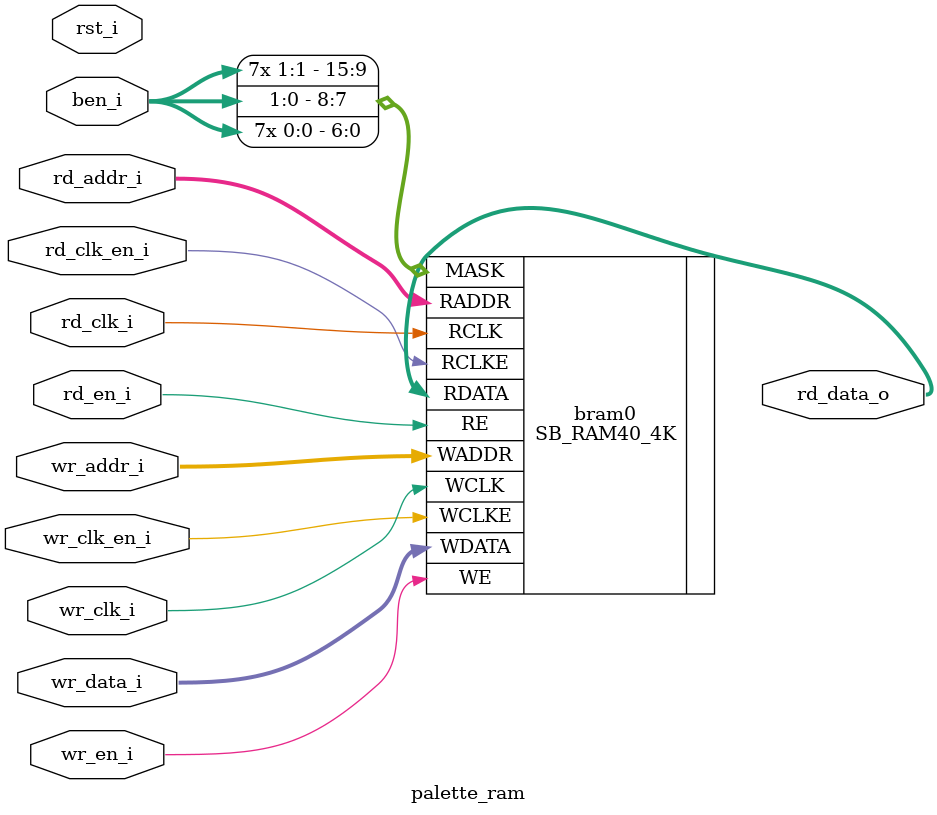
<source format=v>

module palette_ram(
    input  wire        rst_i,
    input  wire        wr_clk_i,
    input  wire        rd_clk_i,
    input  wire        wr_clk_en_i,
    input  wire        rd_en_i,
    input  wire        rd_clk_en_i,
    input  wire        wr_en_i,
    input  wire  [1:0] ben_i,
    input  wire [15:0] wr_data_i,
    input  wire  [7:0] wr_addr_i,
    input  wire  [7:0] rd_addr_i,
    output reg  [15:0] rd_data_o);

`ifndef verilator

SB_RAM40_4K #(
    .READ_MODE(0),
    .WRITE_MODE(0)
    ) bram0 (
    .WADDR(wr_addr_i),
    .RADDR(rd_addr_i),
    .MASK({ {8{ben_i[1]}}, {8{ben_i[0]}} }),
    .WDATA(wr_data_i[15:0]),
    .RDATA(rd_data_o[15:0]),
    .WE(wr_en_i),
    .WCLKE(wr_clk_en_i),
    .WCLK(wr_clk_i),
    .RE(rd_en_i),
    .RCLKE(rd_clk_en_i),
    .RCLK(rd_clk_i)
    );

`else
    reg [15:0] mem[0:255];

    always @(posedge wr_clk_i) begin
        if (wr_en_i) begin
            if (ben_i[1]) mem[wr_addr_i][15:8] <= wr_data_i[15:8];
            if (ben_i[0]) mem[wr_addr_i][7:0]  <= wr_data_i[7:0];
        end
    end

    always @(posedge rd_clk_i) begin
        rd_data_o <= mem[rd_addr_i];
    end
`endif

`ifdef TODO
    initial begin: INIT
        mem[0] = 16'h000;
        mem[1] = 16'hFFF;
        mem[2] = 16'h800;
        mem[3] = 16'hAFE;
        mem[4] = 16'hC4C;
        mem[5] = 16'h0C5;
        mem[6] = 16'h00A;
        mem[7] = 16'hEE7;
        mem[8] = 16'hD85;
        mem[9] = 16'h640;
        mem[10] = 16'hF77;
        mem[11] = 16'h333;
        mem[12] = 16'h777;
        mem[13] = 16'hAF6;
        mem[14] = 16'h08F;
        mem[15] = 16'hBBB;
    end
`endif

endmodule


</source>
